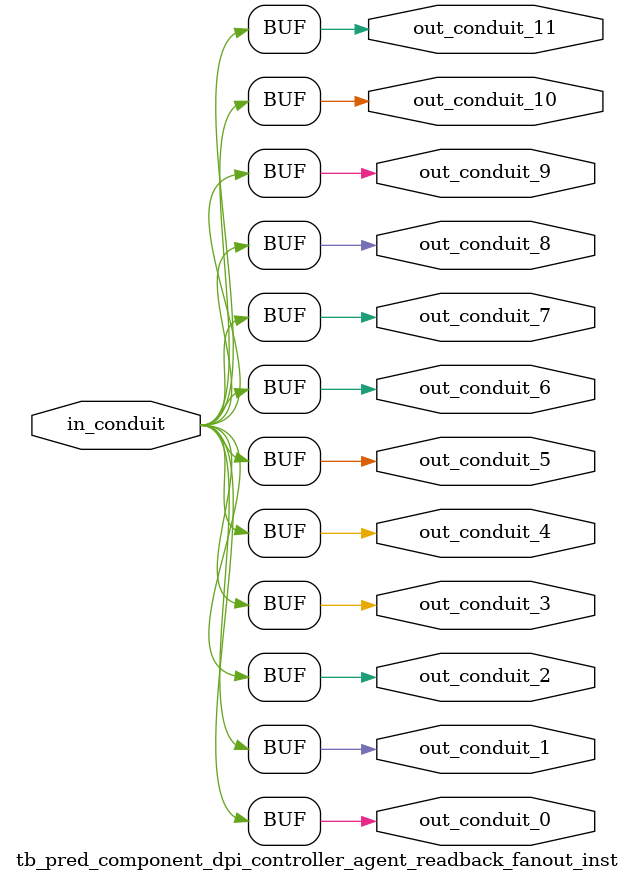
<source format=sv>


 


// --------------------------------------------------------------------------------
//| Avalon Conduit Fan-Out
// --------------------------------------------------------------------------------

// ------------------------------------------
// Generation parameters:
//   output_name:       tb_pred_component_dpi_controller_agent_readback_fanout_inst
//   numFanOut:         12
//   
// ------------------------------------------

module tb_pred_component_dpi_controller_agent_readback_fanout_inst (     

// Interface: out_conduit_0
 output                    out_conduit_0,
// Interface: out_conduit_1
 output                    out_conduit_1,
// Interface: out_conduit_2
 output                    out_conduit_2,
// Interface: out_conduit_3
 output                    out_conduit_3,
// Interface: out_conduit_4
 output                    out_conduit_4,
// Interface: out_conduit_5
 output                    out_conduit_5,
// Interface: out_conduit_6
 output                    out_conduit_6,
// Interface: out_conduit_7
 output                    out_conduit_7,
// Interface: out_conduit_8
 output                    out_conduit_8,
// Interface: out_conduit_9
 output                    out_conduit_9,
// Interface: out_conduit_10
 output                    out_conduit_10,
// Interface: out_conduit_11
 output                    out_conduit_11,

// Interface: in_conduit
 input                   in_conduit

);

   assign  out_conduit_0 = in_conduit;
   assign  out_conduit_1 = in_conduit;
   assign  out_conduit_2 = in_conduit;
   assign  out_conduit_3 = in_conduit;
   assign  out_conduit_4 = in_conduit;
   assign  out_conduit_5 = in_conduit;
   assign  out_conduit_6 = in_conduit;
   assign  out_conduit_7 = in_conduit;
   assign  out_conduit_8 = in_conduit;
   assign  out_conduit_9 = in_conduit;
   assign  out_conduit_10 = in_conduit;
   assign  out_conduit_11 = in_conduit;

endmodule //


</source>
